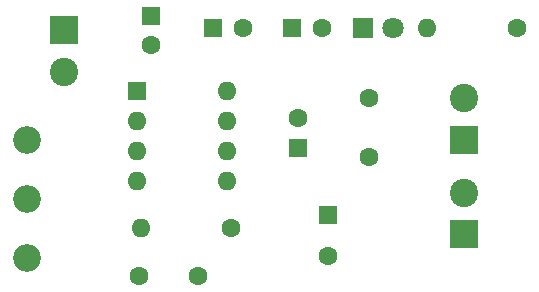
<source format=gbr>
%TF.GenerationSoftware,KiCad,Pcbnew,8.0.4*%
%TF.CreationDate,2024-08-29T23:22:00+05:30*%
%TF.ProjectId,LM386 Amp,4c4d3338-3620-4416-9d70-2e6b69636164,rev?*%
%TF.SameCoordinates,Original*%
%TF.FileFunction,Soldermask,Top*%
%TF.FilePolarity,Negative*%
%FSLAX46Y46*%
G04 Gerber Fmt 4.6, Leading zero omitted, Abs format (unit mm)*
G04 Created by KiCad (PCBNEW 8.0.4) date 2024-08-29 23:22:00*
%MOMM*%
%LPD*%
G01*
G04 APERTURE LIST*
%ADD10C,2.340000*%
%ADD11R,1.800000X1.800000*%
%ADD12C,1.800000*%
%ADD13R,1.600000X1.600000*%
%ADD14C,1.600000*%
%ADD15R,2.400000X2.400000*%
%ADD16C,2.400000*%
%ADD17O,1.600000X1.600000*%
G04 APERTURE END LIST*
D10*
%TO.C,RV1*%
X152000000Y-146500000D03*
X152000000Y-141500000D03*
X152000000Y-136500000D03*
%TD*%
D11*
%TO.C,D1*%
X180500000Y-127000000D03*
D12*
X183040000Y-127000000D03*
%TD*%
D13*
%TO.C,C2*%
X174500000Y-127000000D03*
D14*
X177000000Y-127000000D03*
%TD*%
D15*
%TO.C,J1*%
X155200000Y-127250000D03*
D16*
X155200000Y-130750000D03*
%TD*%
D15*
%TO.C,J3*%
X189000000Y-136500000D03*
D16*
X189000000Y-133000000D03*
%TD*%
D13*
%TO.C,U1*%
X161380000Y-132380000D03*
D17*
X161380000Y-134920000D03*
X161380000Y-137460000D03*
X161380000Y-140000000D03*
X169000000Y-140000000D03*
X169000000Y-137460000D03*
X169000000Y-134920000D03*
X169000000Y-132380000D03*
%TD*%
D15*
%TO.C,J2*%
X189000000Y-144500000D03*
D16*
X189000000Y-141000000D03*
%TD*%
D14*
%TO.C,R1*%
X169310000Y-144000000D03*
D17*
X161690000Y-144000000D03*
%TD*%
D13*
%TO.C,C7*%
X175000000Y-137182380D03*
D14*
X175000000Y-134682380D03*
%TD*%
%TO.C,C4*%
X161500000Y-148000000D03*
X166500000Y-148000000D03*
%TD*%
%TO.C,R2*%
X193500000Y-127000000D03*
D17*
X185880000Y-127000000D03*
%TD*%
D14*
%TO.C,C6*%
X181000000Y-138000000D03*
X181000000Y-133000000D03*
%TD*%
D13*
%TO.C,C1*%
X162500000Y-126000000D03*
D14*
X162500000Y-128500000D03*
%TD*%
D13*
%TO.C,C3*%
X167794888Y-127000000D03*
D14*
X170294888Y-127000000D03*
%TD*%
D13*
%TO.C,C5*%
X177500000Y-142847349D03*
D14*
X177500000Y-146347349D03*
%TD*%
M02*

</source>
